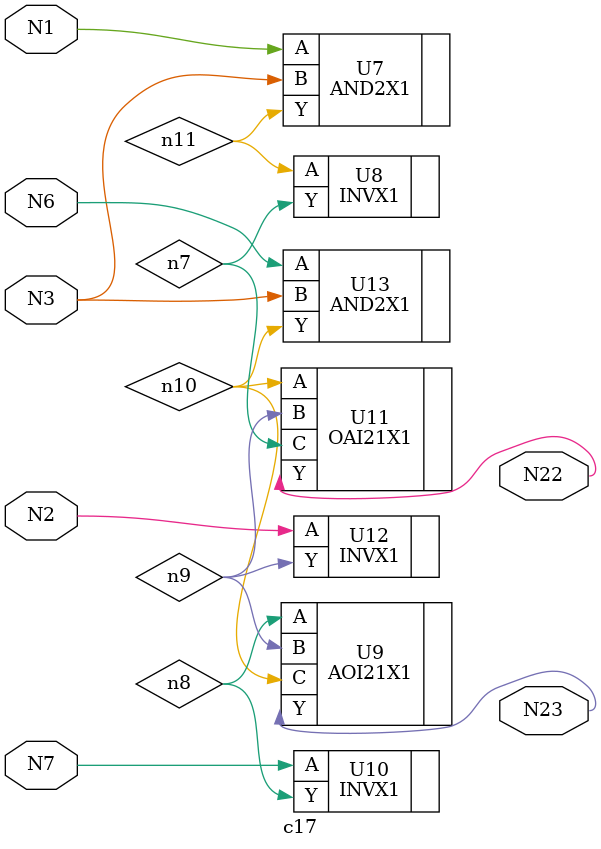
<source format=v>


module c17 ( N1, N2, N3, N6, N7, N22, N23 );
  input N1, N2, N3, N6, N7;
  output N22, N23;
  wire   n7, n8, n9, n10, n11;

  AND2X1 U7 ( .A(N1), .B(N3), .Y(n11) );
  INVX1 U8 ( .A(n11), .Y(n7) );
  AOI21X1 U9 ( .A(n8), .B(n9), .C(n10), .Y(N23) );
  INVX1 U10 ( .A(N7), .Y(n8) );
  OAI21X1 U11 ( .A(n10), .B(n9), .C(n7), .Y(N22) );
  INVX1 U12 ( .A(N2), .Y(n9) );
  AND2X1 U13 ( .A(N6), .B(N3), .Y(n10) );
endmodule


</source>
